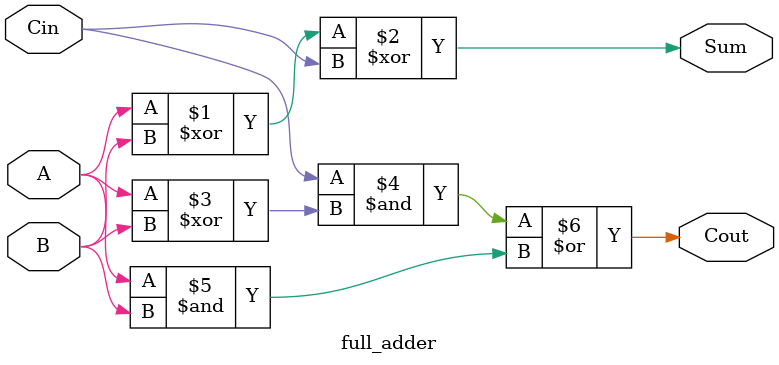
<source format=v>
`ifndef _full_adder
`define _full_adder

module full_adder(
      input A, B, Cin,
      output Sum, Cout);

      // Desc: Sum = (A xor B) xor Cin
      //       Cout = [(A xor B) and Cin] or (A and B)
      assign Sum = (A ^ B) ^ Cin;
      assign Cout = (Cin & (A ^ B)) | (A & B);

endmodule

`endif

</source>
